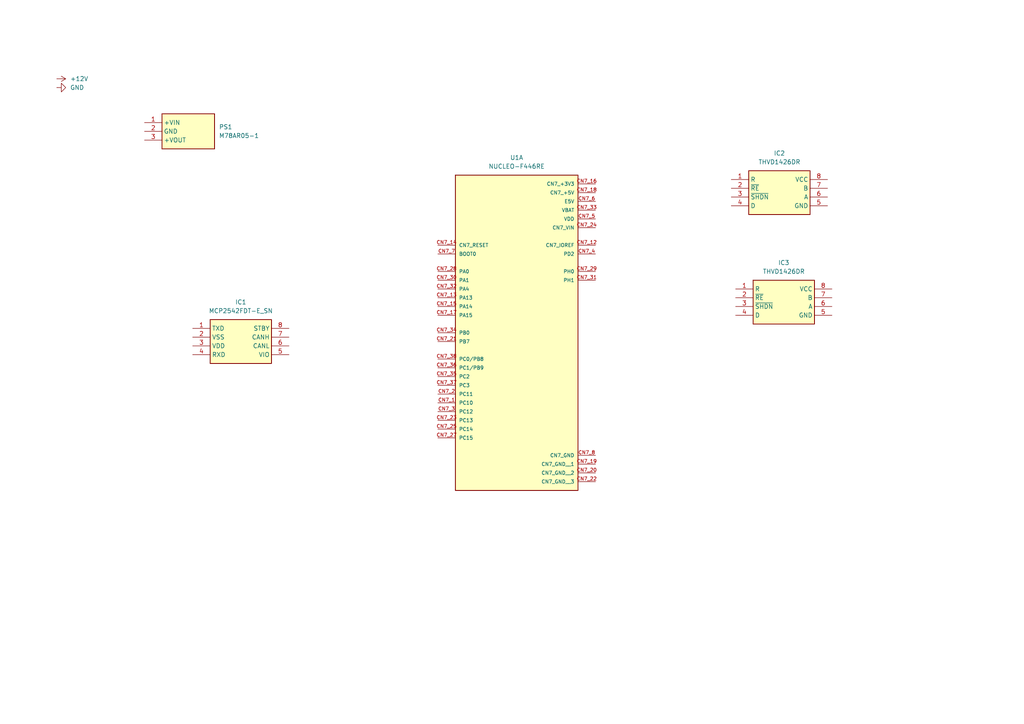
<source format=kicad_sch>
(kicad_sch (version 20231120) (generator "eeschema") (generator_version "8.0")
  (paper "A4")
  (lib_symbols
    (symbol "NUCLEO-F446RE:NUCLEO-F446RE" (pin_names (offset 1.016))
      (property "Reference" "U" (at -17.78 41.91 0))
      (property "Value" "NUCLEO-F446RE" (at -17.78 -52.07 0))
      (symbol "NUCLEO-F446RE_1_0"
        (rectangle (start -17.78 -50.8) (end 17.78 40.64) (stroke (width 0.254)) (fill (type background)))
        (pin bidirectional line (at -22.86 -25.4 0) (length 5.08) (name "PC10") (number "CN7_1"))
        (pin bidirectional line (at 22.86 20.32 180) (length 5.08) (name "CN7_IOREF") (number "CN7_12"))
        (pin bidirectional line (at -22.86 5.08 0) (length 5.08) (name "PA13") (number "CN7_13"))
        (pin bidirectional line (at -22.86 20.32 0) (length 5.08) (name "CN7_RESET") (number "CN7_14"))
        (pin bidirectional line (at -22.86 2.54 0) (length 5.08) (name "PA14") (number "CN7_15"))
        (pin power_in line (at 22.86 38.1 180) (length 5.08) (name "CN7_+3V3") (number "CN7_16"))
        (pin bidirectional line (at -22.86 0 0) (length 5.08) (name "PA15") (number "CN7_17"))
        (pin power_in line (at 22.86 35.56 180) (length 5.08) (name "CN7_+5V") (number "CN7_18"))
        (pin power_in line (at 22.86 -43.18 180) (length 5.08) (name "CN7_GND__1") (number "CN7_19"))
        (pin bidirectional line (at -22.86 -22.86 0) (length 5.08) (name "PC11") (number "CN7_2"))
        (pin power_in line (at 22.86 -45.72 180) (length 5.08) (name "CN7_GND__2") (number "CN7_20"))
        (pin bidirectional line (at -22.86 -7.62 0) (length 5.08) (name "PB7") (number "CN7_21"))
        (pin power_in line (at 22.86 -48.26 180) (length 5.08) (name "CN7_GND__3") (number "CN7_22"))
        (pin bidirectional line (at -22.86 -30.48 0) (length 5.08) (name "PC13") (number "CN7_23"))
        (pin power_in line (at 22.86 25.4 180) (length 5.08) (name "CN7_VIN") (number "CN7_24"))
        (pin bidirectional line (at -22.86 -33.02 0) (length 5.08) (name "PC14") (number "CN7_25"))
        (pin bidirectional line (at -22.86 -35.56 0) (length 5.08) (name "PC15") (number "CN7_27"))
        (pin bidirectional line (at -22.86 12.7 0) (length 5.08) (name "PA0") (number "CN7_28"))
        (pin bidirectional line (at 22.86 12.7 180) (length 5.08) (name "PH0") (number "CN7_29"))
        (pin bidirectional line (at -22.86 -27.94 0) (length 5.08) (name "PC12") (number "CN7_3"))
        (pin bidirectional line (at -22.86 10.16 0) (length 5.08) (name "PA1") (number "CN7_30"))
        (pin bidirectional line (at 22.86 10.16 180) (length 5.08) (name "PH1") (number "CN7_31"))
        (pin bidirectional line (at -22.86 7.62 0) (length 5.08) (name "PA4") (number "CN7_32"))
        (pin power_in line (at 22.86 30.48 180) (length 5.08) (name "VBAT") (number "CN7_33"))
        (pin bidirectional line (at -22.86 -5.08 0) (length 5.08) (name "PB0") (number "CN7_34"))
        (pin bidirectional line (at -22.86 -17.78 0) (length 5.08) (name "PC2") (number "CN7_35"))
        (pin bidirectional line (at -22.86 -15.24 0) (length 5.08) (name "PC1/PB9") (number "CN7_36"))
        (pin bidirectional line (at -22.86 -20.32 0) (length 5.08) (name "PC3") (number "CN7_37"))
        (pin bidirectional line (at -22.86 -12.7 0) (length 5.08) (name "PC0/PB8") (number "CN7_38"))
        (pin bidirectional line (at 22.86 17.78 180) (length 5.08) (name "PD2") (number "CN7_4"))
        (pin power_in line (at 22.86 27.94 180) (length 5.08) (name "VDD") (number "CN7_5"))
        (pin power_in line (at 22.86 33.02 180) (length 5.08) (name "E5V") (number "CN7_6"))
        (pin bidirectional line (at -22.86 17.78 0) (length 5.08) (name "BOOT0") (number "CN7_7"))
        (pin power_in line (at 22.86 -40.64 180) (length 5.08) (name "CN7_GND") (number "CN7_8"))
      )
      (symbol "NUCLEO-F446RE_2_0"
        (rectangle (start -12.7 -43.18) (end 12.7 38.1) (stroke (width 0.254)) (fill (type background)))
        (pin bidirectional line (at 17.78 15.24 180) (length 5.08) (name "PC9") (number "CN10_1"))
        (pin bidirectional line (at -17.78 22.86 0) (length 5.08) (name "PA5") (number "CN10_11"))
        (pin bidirectional line (at -17.78 5.08 0) (length 5.08) (name "PA12") (number "CN10_12"))
        (pin bidirectional line (at -17.78 20.32 0) (length 5.08) (name "PA6") (number "CN10_13"))
        (pin bidirectional line (at -17.78 7.62 0) (length 5.08) (name "PA11") (number "CN10_14"))
        (pin bidirectional line (at -17.78 17.78 0) (length 5.08) (name "PA7") (number "CN10_15"))
        (pin bidirectional line (at -17.78 -22.86 0) (length 5.08) (name "PB12") (number "CN10_16"))
        (pin bidirectional line (at -17.78 -12.7 0) (length 5.08) (name "PB6") (number "CN10_17"))
        (pin bidirectional line (at 17.78 20.32 180) (length 5.08) (name "PC7") (number "CN10_19"))
        (pin bidirectional line (at 17.78 17.78 180) (length 5.08) (name "PC8") (number "CN10_2"))
        (pin power_in line (at 17.78 -40.64 180) (length 5.08) (name "CN10_GND__1") (number "CN10_20"))
        (pin bidirectional line (at -17.78 12.7 0) (length 5.08) (name "PA9") (number "CN10_21"))
        (pin bidirectional line (at -17.78 -2.54 0) (length 5.08) (name "PB2") (number "CN10_22"))
        (pin bidirectional line (at -17.78 15.24 0) (length 5.08) (name "PA8") (number "CN10_23"))
        (pin bidirectional line (at -17.78 0 0) (length 5.08) (name "PB1") (number "CN10_24"))
        (pin bidirectional line (at -17.78 -20.32 0) (length 5.08) (name "PB10") (number "CN10_25"))
        (pin bidirectional line (at -17.78 -30.48 0) (length 5.08) (name "PB15") (number "CN10_26"))
        (pin bidirectional line (at -17.78 -7.62 0) (length 5.08) (name "PB4") (number "CN10_27"))
        (pin bidirectional line (at -17.78 -27.94 0) (length 5.08) (name "PB14") (number "CN10_28"))
        (pin bidirectional line (at -17.78 -10.16 0) (length 5.08) (name "PB5") (number "CN10_29"))
        (pin bidirectional line (at -17.78 -15.24 0) (length 5.08) (name "PB8") (number "CN10_3"))
        (pin bidirectional line (at -17.78 -25.4 0) (length 5.08) (name "PB13") (number "CN10_30"))
        (pin bidirectional line (at -17.78 -5.08 0) (length 5.08) (name "PB3") (number "CN10_31"))
        (pin power_in line (at 17.78 -35.56 180) (length 5.08) (name "AGND") (number "CN10_32"))
        (pin bidirectional line (at -17.78 10.16 0) (length 5.08) (name "PA10") (number "CN10_33"))
        (pin bidirectional line (at 17.78 27.94 180) (length 5.08) (name "PC4") (number "CN10_34"))
        (pin bidirectional line (at -17.78 27.94 0) (length 5.08) (name "PA2") (number "CN10_35"))
        (pin bidirectional line (at -17.78 25.4 0) (length 5.08) (name "PA3") (number "CN10_37"))
        (pin bidirectional line (at 17.78 22.86 180) (length 5.08) (name "PC6") (number "CN10_4"))
        (pin bidirectional line (at -17.78 -17.78 0) (length 5.08) (name "PB9") (number "CN10_5"))
        (pin bidirectional line (at 17.78 25.4 180) (length 5.08) (name "PC5") (number "CN10_6"))
        (pin power_in line (at 17.78 35.56 180) (length 5.08) (name "AVDD") (number "CN10_7"))
        (pin power_in line (at 17.78 33.02 180) (length 5.08) (name "U5V") (number "CN10_8"))
        (pin power_in line (at 17.78 -38.1 180) (length 5.08) (name "CN10_GND") (number "CN10_9"))
      )
      (symbol "NUCLEO-F446RE_3_0"
        (rectangle (start -15.24 -15.24) (end 15.24 10.16) (stroke (width 0.254)) (fill (type background)))
        (pin bidirectional line (at -20.32 -5.08 0) (length 5.08) (name "CN6_IOREF") (number "CN6_2"))
        (pin bidirectional line (at -20.32 -2.54 0) (length 5.08) (name "CN6_RESET") (number "CN6_3"))
        (pin power_in line (at 20.32 2.54 180) (length 5.08) (name "CN6_+3V3") (number "CN6_4"))
        (pin power_in line (at 20.32 5.08 180) (length 5.08) (name "CN6_+5V") (number "CN6_5"))
        (pin power_in line (at 20.32 -10.16 180) (length 5.08) (name "CN6_GND") (number "CN6_6"))
        (pin power_in line (at 20.32 -12.7 180) (length 5.08) (name "CN6_GND__1") (number "CN6_7"))
        (pin power_in line (at 20.32 7.62 180) (length 5.08) (name "CN6_VIN") (number "CN6_8"))
      )
      (symbol "NUCLEO-F446RE_4_0"
        (rectangle (start -5.08 -12.7) (end 5.08 12.7) (stroke (width 0.254)) (fill (type background)))
        (pin input line (at -10.16 10.16 0) (length 5.08) (name "D0") (number "CN9_1"))
        (pin output line (at -10.16 7.62 0) (length 5.08) (name "D1") (number "CN9_2"))
        (pin bidirectional line (at -10.16 2.54 0) (length 5.08) (name "D2") (number "CN9_3"))
        (pin bidirectional line (at -10.16 0 0) (length 5.08) (name "D3") (number "CN9_4"))
        (pin bidirectional line (at -10.16 -2.54 0) (length 5.08) (name "D4") (number "CN9_5"))
        (pin bidirectional line (at -10.16 -5.08 0) (length 5.08) (name "D5") (number "CN9_6"))
        (pin bidirectional line (at -10.16 -7.62 0) (length 5.08) (name "D6") (number "CN9_7"))
        (pin bidirectional line (at -10.16 -10.16 0) (length 5.08) (name "D7") (number "CN9_8"))
      )
      (symbol "NUCLEO-F446RE_5_0"
        (rectangle (start -5.08 -10.16) (end 5.08 7.62) (stroke (width 0.254)) (fill (type background)))
        (pin input line (at -10.16 5.08 0) (length 5.08) (name "A0") (number "CN8_1"))
        (pin input line (at -10.16 2.54 0) (length 5.08) (name "A1") (number "CN8_2"))
        (pin input line (at -10.16 0 0) (length 5.08) (name "A2") (number "CN8_3"))
        (pin input line (at -10.16 -2.54 0) (length 5.08) (name "A3") (number "CN8_4"))
        (pin input line (at -10.16 -5.08 0) (length 5.08) (name "A4") (number "CN8_5"))
        (pin input line (at -10.16 -7.62 0) (length 5.08) (name "A5") (number "CN8_6"))
      )
      (symbol "NUCLEO-F446RE_6_0"
        (rectangle (start -10.16 -17.78) (end 10.16 15.24) (stroke (width 0.254)) (fill (type background)))
        (pin bidirectional line (at -15.24 7.62 0) (length 5.08) (name "D8") (number "CN5_1"))
        (pin bidirectional clock (at -15.24 -10.16 0) (length 5.08) (name "D15") (number "CN5_10"))
        (pin bidirectional line (at -15.24 5.08 0) (length 5.08) (name "D9") (number "CN5_2"))
        (pin bidirectional line (at -15.24 2.54 0) (length 5.08) (name "D10") (number "CN5_3"))
        (pin bidirectional line (at -15.24 0 0) (length 5.08) (name "D11") (number "CN5_4"))
        (pin bidirectional line (at -15.24 -2.54 0) (length 5.08) (name "D12") (number "CN5_5"))
        (pin bidirectional clock (at -15.24 -5.08 0) (length 5.08) (name "D13") (number "CN5_6"))
        (pin power_in line (at 15.24 -15.24 180) (length 5.08) (name "CN5_GND") (number "CN5_7"))
        (pin power_in line (at 15.24 12.7 180) (length 5.08) (name "AREF") (number "CN5_8"))
        (pin bidirectional line (at -15.24 -7.62 0) (length 5.08) (name "D14") (number "CN5_9"))
      )
    )
    (symbol "SamacSys_Parts:M78AR05-1"
      (property "Reference" "PS" (at 29.21 7.62 0))
      (property "Value" "M78AR05-1" (at 29.21 5.08 0))
      (symbol "M78AR05-1_1_1"
        (rectangle (start 12.7 2.54) (end 27.94 -7.62) (stroke (width 0.254)) (fill (type background)))
        (pin passive line (at 7.62 0 0) (length 5.08) (name "+VIN") (number "1"))
        (pin passive line (at 7.62 -2.54 0) (length 5.08) (name "GND") (number "2"))
        (pin passive line (at 7.62 -5.08 0) (length 5.08) (name "+VOUT") (number "3"))
      )
    )
    (symbol "SamacSys_Parts:MCP2542FDT-E_SN"
      (property "Reference" "IC" (at 24.13 7.62 0))
      (property "Value" "MCP2542FDT-E_SN" (at 24.13 5.08 0))
      (symbol "MCP2542FDT-E_SN_1_1"
        (rectangle (start 5.08 2.54) (end 22.86 -10.16) (stroke (width 0.254)) (fill (type background)))
        (pin passive line (at 0 0 0) (length 5.08) (name "TXD") (number "1"))
        (pin passive line (at 0 -2.54 0) (length 5.08) (name "VSS") (number "2"))
        (pin passive line (at 0 -5.08 0) (length 5.08) (name "VDD") (number "3"))
        (pin passive line (at 0 -7.62 0) (length 5.08) (name "RXD") (number "4"))
        (pin passive line (at 27.94 -7.62 180) (length 5.08) (name "VIO") (number "5"))
        (pin passive line (at 27.94 -5.08 180) (length 5.08) (name "CANL") (number "6"))
        (pin passive line (at 27.94 -2.54 180) (length 5.08) (name "CANH") (number "7"))
        (pin passive line (at 27.94 0 180) (length 5.08) (name "STBY") (number "8"))
      )
    )
    (symbol "SamacSys_Parts:THVD1426DR"
      (property "Reference" "IC" (at 24.13 7.62 0))
      (property "Value" "THVD1426DR" (at 24.13 5.08 0))
      (symbol "THVD1426DR_1_1"
        (rectangle (start 5.08 2.54) (end 22.86 -10.16) (stroke (width 0.254)) (fill (type background)))
        (pin passive line (at 0 0 0) (length 5.08) (name "R") (number "1"))
        (pin passive line (at 0 -2.54 0) (length 5.08) (name "~{RE}") (number "2"))
        (pin passive line (at 0 -5.08 0) (length 5.08) (name "~{SHDN}") (number "3"))
        (pin passive line (at 0 -7.62 0) (length 5.08) (name "D") (number "4"))
        (pin passive line (at 27.94 -7.62 180) (length 5.08) (name "GND") (number "5"))
        (pin passive line (at 27.94 -5.08 180) (length 5.08) (name "A") (number "6"))
        (pin passive line (at 27.94 -2.54 180) (length 5.08) (name "B") (number "7"))
        (pin passive line (at 27.94 0 180) (length 5.08) (name "VCC") (number "8"))
      )
    )
    (symbol "power:+12V" (power) (pin_numbers hide) (pin_names (offset 0) hide)
      (property "Value" "+12V" (at 0 3.556 0))
      (symbol "+12V_0_1"
        (polyline (pts (xy -0.762 1.27) (xy 0 2.54)))
        (polyline (pts (xy 0 0) (xy 0 2.54)))
        (polyline (pts (xy 0 2.54) (xy 0.762 1.27)))
      )
      (symbol "+12V_1_1"
        (pin power_in line (at 0 0 90) (length 0) (name "~") (number "1"))
      )
    )
    (symbol "power:GND" (power) (pin_numbers hide) (pin_names (offset 0) hide)
      (property "Value" "GND" (at 0 -3.81 0))
      (symbol "GND_0_1"
        (polyline (pts (xy 0 0) (xy 0 -1.27) (xy 1.27 -1.27) (xy 0 -2.54) (xy -1.27 -1.27) (xy 0 -1.27)))
      )
      (symbol "GND_1_1"
        (pin power_in line (at 0 0 270) (length 0) (name "~") (number "1"))
      )
    )
  )
  (symbol (lib_id "SamacSys_Parts:M78AR05-1") (at 34.29 35.56 0) (unit 1)
    (property "Reference" "PS1" (at 63.5 36.8299 0) (effects (justify left)))
    (property "Value" "M78AR05-1" (at 63.5 39.3699 0) (effects (justify left)))
    (property "Footprint" "M78AR03305" (effects (hide yes)))
    (property "Datasheet" "https://www.minmaxpower.com/storage/media/Product-MINMAX/M78AR-1/M78AR-1_Datasheet.pdf" (effects (hide yes)))
    (property "Description" "The M78AR-1 series is a range of switching regulators designed as a drop-in replacement for old LM78xx linear regulators with low efficiency. The regulators come in a package which fits in the standard TO-220 footprint of linear regulators. The high efficiency and low stand-by power consumption of these switching regulators offer the designer a new, cost-efficient solution for many applications." (effects (hide yes)))
    (property "Height" "10.7" (effects (hide yes)))
    (property "Manufacturer_Name" "Minmax" (effects (hide yes)))
    (property "Manufacturer_Part_Number" "M78AR05-1" (effects (hide yes)))
  )
  (symbol (lib_id "SamacSys_Parts:THVD1426DR") (at 212.09 52.07 0) (unit 1)
    (property "Reference" "IC2" (at 226.06 44.45 0))
    (property "Value" "THVD1426DR" (at 226.06 46.99 0))
    (property "Footprint" "SOIC127P600X175-8N" (effects (hide yes)))
    (property "Datasheet" "https://www.ti.com/jp/lit/ds/symlink/thvd1426.pdf?ts=1676878246969&ref_url=https%253A%252F%252Fwww.ti.com%252Fproduct%252Fja-jp%252FTHVD1426" (effects (hide yes)))
    (property "Description" "RS-422/RS-485 Interface IC 3.3-V to 5-V 12-Mbps half-duplex RS-485 transceiver auto-direction control &plusmn;12-kV IEC ESD" (effects (hide yes)))
    (property "Height" "1.75" (effects (hide yes)))
    (property "Manufacturer_Name" "Texas Instruments" (effects (hide yes)))
    (property "Manufacturer_Part_Number" "THVD1426DR" (effects (hide yes)))
    (property "Mouser Part Number" "595-THVD1426DR" (effects (hide yes)))
    (property "Mouser Price/Stock" "https://www.mouser.co.uk/ProductDetail/Texas-Instruments/THVD1426DR?qs=Li%252BoUPsLEnvtMAmClTMmaw%3D%3D" (effects (hide yes)))
    (property "Arrow Part Number" "THVD1426DR" (effects (hide yes)))
    (property "Arrow Price/Stock" "https://www.arrow.com/en/products/thvd1426dr/texas-instruments?region=nac" (effects (hide yes)))
  )
  (symbol (lib_id "SamacSys_Parts:MCP2542FDT-E_SN") (at 55.88 95.25 0) (unit 1)
    (property "Reference" "IC1" (at 69.85 87.63 0))
    (property "Value" "MCP2542FDT-E_SN" (at 69.85 90.17 0))
    (property "Footprint" "SOIC127P600X175-8N" (effects (hide yes)))
    (property "Datasheet" "https://ww1.microchip.com/downloads/en/DeviceDoc/MCP2542FD-MCP2542WFD-4WFD-Data-Sheet-DS20005514C.pdf" (effects (hide yes)))
    (property "Description" "CAN Interface IC CAN FD Transceiver" (effects (hide yes)))
    (property "Height" "1.75" (effects (hide yes)))
    (property "Manufacturer_Name" "Microchip" (effects (hide yes)))
    (property "Manufacturer_Part_Number" "MCP2542FDT-E/SN" (effects (hide yes)))
    (property "Mouser Part Number" "579-MCP2542FDT-E/SN" (effects (hide yes)))
    (property "Mouser Price/Stock" "https://www.mouser.co.uk/ProductDetail/Microchip-Technology/MCP2542FDT-E-SN?qs=qdgZG5p0FZ7dgTYBMrlrQQ%3D%3D" (effects (hide yes)))
    (property "Arrow Part Number" "MCP2542FDT-E/SN" (effects (hide yes)))
    (property "Arrow Price/Stock" "https://www.arrow.com/en/products/mcp2542fdt-esn/microchip-technology?region=nac" (effects (hide yes)))
  )
  (symbol (lib_id "power:+12V") (at 16.51 22.86 270) (unit 1)
    (property "Reference" "#PWR01" (effects (hide yes)))
    (property "Value" "+12V" (at 20.32 22.8599 90) (effects (justify left)))
    (property "Description" "Power symbol creates a global label with name \"+12V\"" (effects (hide yes)))
  )
  (symbol (lib_id "NUCLEO-F446RE:NUCLEO-F446RE") (at 149.86 91.44 0) (unit 1)
    (property "Reference" "U1" (at 149.86 45.72 0))
    (property "Value" "NUCLEO-F446RE" (at 149.86 48.26 0))
    (property "Footprint" "NUCLEO-F446RE:MODULE_NUCLEO-F446RE" (effects (hide yes)))
    (property "PARTREV" "13" (effects (hide yes)))
    (property "STANDARD" "Manufacturer Recommendations" (effects (hide yes)))
    (property "MANUFACTURER" "STMicroelectronics" (effects (hide yes)))
  )
  (symbol (lib_id "power:GND") (at 16.51 25.4 90) (unit 1)
    (property "Reference" "#PWR02" (effects (hide yes)))
    (property "Value" "GND" (at 20.32 25.3999 90) (effects (justify right)))
    (property "Description" "Power symbol creates a global label with name \"GND\" , ground" (effects (hide yes)))
  )
  (symbol (lib_id "SamacSys_Parts:THVD1426DR") (at 213.36 83.82 0) (unit 1)
    (property "Reference" "IC3" (at 227.33 76.2 0))
    (property "Value" "THVD1426DR" (at 227.33 78.74 0))
    (property "Footprint" "SOIC127P600X175-8N" (effects (hide yes)))
    (property "Datasheet" "https://www.ti.com/jp/lit/ds/symlink/thvd1426.pdf?ts=1676878246969&ref_url=https%253A%252F%252Fwww.ti.com%252Fproduct%252Fja-jp%252FTHVD1426" (effects (hide yes)))
    (property "Description" "RS-422/RS-485 Interface IC 3.3-V to 5-V 12-Mbps half-duplex RS-485 transceiver auto-direction control &plusmn;12-kV IEC ESD" (effects (hide yes)))
    (property "Height" "1.75" (effects (hide yes)))
    (property "Manufacturer_Name" "Texas Instruments" (effects (hide yes)))
    (property "Manufacturer_Part_Number" "THVD1426DR" (effects (hide yes)))
    (property "Mouser Part Number" "595-THVD1426DR" (effects (hide yes)))
    (property "Mouser Price/Stock" "https://www.mouser.co.uk/ProductDetail/Texas-Instruments/THVD1426DR?qs=Li%252BoUPsLEnvtMAmClTMmaw%3D%3D" (effects (hide yes)))
    (property "Arrow Part Number" "THVD1426DR" (effects (hide yes)))
    (property "Arrow Price/Stock" "https://www.arrow.com/en/products/thvd1426dr/texas-instruments?region=nac" (effects (hide yes)))
  )
)
</source>
